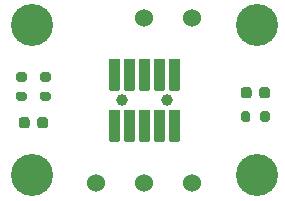
<source format=gbr>
%TF.GenerationSoftware,KiCad,Pcbnew,(5.1.7)-1*%
%TF.CreationDate,2021-02-21T14:58:14-08:00*%
%TF.ProjectId,swd-connection,7377642d-636f-46e6-9e65-6374696f6e2e,A*%
%TF.SameCoordinates,Original*%
%TF.FileFunction,Soldermask,Top*%
%TF.FilePolarity,Negative*%
%FSLAX46Y46*%
G04 Gerber Fmt 4.6, Leading zero omitted, Abs format (unit mm)*
G04 Created by KiCad (PCBNEW (5.1.7)-1) date 2021-02-21 14:58:14*
%MOMM*%
%LPD*%
G01*
G04 APERTURE LIST*
%ADD10C,1.524000*%
%ADD11C,3.556000*%
%ADD12C,1.000000*%
G04 APERTURE END LIST*
D10*
%TO.C,J6*%
X38100000Y-73660000D03*
%TD*%
%TO.C,R1*%
G36*
G01*
X27411000Y-64307000D02*
X27961000Y-64307000D01*
G75*
G02*
X28161000Y-64507000I0J-200000D01*
G01*
X28161000Y-64907000D01*
G75*
G02*
X27961000Y-65107000I-200000J0D01*
G01*
X27411000Y-65107000D01*
G75*
G02*
X27211000Y-64907000I0J200000D01*
G01*
X27211000Y-64507000D01*
G75*
G02*
X27411000Y-64307000I200000J0D01*
G01*
G37*
G36*
G01*
X27411000Y-65957000D02*
X27961000Y-65957000D01*
G75*
G02*
X28161000Y-66157000I0J-200000D01*
G01*
X28161000Y-66557000D01*
G75*
G02*
X27961000Y-66757000I-200000J0D01*
G01*
X27411000Y-66757000D01*
G75*
G02*
X27211000Y-66557000I0J200000D01*
G01*
X27211000Y-66157000D01*
G75*
G02*
X27411000Y-65957000I200000J0D01*
G01*
G37*
%TD*%
%TO.C,C2*%
G36*
G01*
X47823000Y-66290000D02*
X47823000Y-65790000D01*
G75*
G02*
X48048000Y-65565000I225000J0D01*
G01*
X48498000Y-65565000D01*
G75*
G02*
X48723000Y-65790000I0J-225000D01*
G01*
X48723000Y-66290000D01*
G75*
G02*
X48498000Y-66515000I-225000J0D01*
G01*
X48048000Y-66515000D01*
G75*
G02*
X47823000Y-66290000I0J225000D01*
G01*
G37*
G36*
G01*
X46273000Y-66290000D02*
X46273000Y-65790000D01*
G75*
G02*
X46498000Y-65565000I225000J0D01*
G01*
X46948000Y-65565000D01*
G75*
G02*
X47173000Y-65790000I0J-225000D01*
G01*
X47173000Y-66290000D01*
G75*
G02*
X46948000Y-66515000I-225000J0D01*
G01*
X46498000Y-66515000D01*
G75*
G02*
X46273000Y-66290000I0J225000D01*
G01*
G37*
%TD*%
%TO.C,C1*%
G36*
G01*
X29927000Y-68330000D02*
X29927000Y-68830000D01*
G75*
G02*
X29702000Y-69055000I-225000J0D01*
G01*
X29252000Y-69055000D01*
G75*
G02*
X29027000Y-68830000I0J225000D01*
G01*
X29027000Y-68330000D01*
G75*
G02*
X29252000Y-68105000I225000J0D01*
G01*
X29702000Y-68105000D01*
G75*
G02*
X29927000Y-68330000I0J-225000D01*
G01*
G37*
G36*
G01*
X28377000Y-68330000D02*
X28377000Y-68830000D01*
G75*
G02*
X28152000Y-69055000I-225000J0D01*
G01*
X27702000Y-69055000D01*
G75*
G02*
X27477000Y-68830000I0J225000D01*
G01*
X27477000Y-68330000D01*
G75*
G02*
X27702000Y-68105000I225000J0D01*
G01*
X28152000Y-68105000D01*
G75*
G02*
X28377000Y-68330000I0J-225000D01*
G01*
G37*
%TD*%
%TO.C,R3*%
G36*
G01*
X48723000Y-67797000D02*
X48723000Y-68347000D01*
G75*
G02*
X48523000Y-68547000I-200000J0D01*
G01*
X48123000Y-68547000D01*
G75*
G02*
X47923000Y-68347000I0J200000D01*
G01*
X47923000Y-67797000D01*
G75*
G02*
X48123000Y-67597000I200000J0D01*
G01*
X48523000Y-67597000D01*
G75*
G02*
X48723000Y-67797000I0J-200000D01*
G01*
G37*
G36*
G01*
X47073000Y-67797000D02*
X47073000Y-68347000D01*
G75*
G02*
X46873000Y-68547000I-200000J0D01*
G01*
X46473000Y-68547000D01*
G75*
G02*
X46273000Y-68347000I0J200000D01*
G01*
X46273000Y-67797000D01*
G75*
G02*
X46473000Y-67597000I200000J0D01*
G01*
X46873000Y-67597000D01*
G75*
G02*
X47073000Y-67797000I0J-200000D01*
G01*
G37*
%TD*%
%TO.C,R2*%
G36*
G01*
X29993000Y-65107000D02*
X29443000Y-65107000D01*
G75*
G02*
X29243000Y-64907000I0J200000D01*
G01*
X29243000Y-64507000D01*
G75*
G02*
X29443000Y-64307000I200000J0D01*
G01*
X29993000Y-64307000D01*
G75*
G02*
X30193000Y-64507000I0J-200000D01*
G01*
X30193000Y-64907000D01*
G75*
G02*
X29993000Y-65107000I-200000J0D01*
G01*
G37*
G36*
G01*
X29993000Y-66757000D02*
X29443000Y-66757000D01*
G75*
G02*
X29243000Y-66557000I0J200000D01*
G01*
X29243000Y-66157000D01*
G75*
G02*
X29443000Y-65957000I200000J0D01*
G01*
X29993000Y-65957000D01*
G75*
G02*
X30193000Y-66157000I0J-200000D01*
G01*
X30193000Y-66557000D01*
G75*
G02*
X29993000Y-66757000I-200000J0D01*
G01*
G37*
%TD*%
D11*
%TO.C,H3*%
X47625000Y-60325000D03*
%TD*%
D10*
%TO.C,J1*%
X42164000Y-73660000D03*
%TD*%
%TO.C,J3*%
X42164000Y-59690000D03*
%TD*%
%TO.C,J4*%
X38100000Y-59690000D03*
%TD*%
%TO.C,J5*%
X34036000Y-73660000D03*
%TD*%
D11*
%TO.C,H1*%
X28575000Y-73025000D03*
%TD*%
%TO.C,H4*%
X47625000Y-73025000D03*
%TD*%
%TO.C,H2*%
X28575000Y-60325000D03*
%TD*%
%TO.C,J1*%
G36*
G01*
X35129200Y-65825000D02*
X35129200Y-63225000D01*
G75*
G02*
X35180000Y-63174200I50800J0D01*
G01*
X35940000Y-63174200D01*
G75*
G02*
X35990800Y-63225000I0J-50800D01*
G01*
X35990800Y-65825000D01*
G75*
G02*
X35940000Y-65875800I-50800J0D01*
G01*
X35180000Y-65875800D01*
G75*
G02*
X35129200Y-65825000I0J50800D01*
G01*
G37*
G36*
G01*
X36399200Y-65825000D02*
X36399200Y-63225000D01*
G75*
G02*
X36450000Y-63174200I50800J0D01*
G01*
X37210000Y-63174200D01*
G75*
G02*
X37260800Y-63225000I0J-50800D01*
G01*
X37260800Y-65825000D01*
G75*
G02*
X37210000Y-65875800I-50800J0D01*
G01*
X36450000Y-65875800D01*
G75*
G02*
X36399200Y-65825000I0J50800D01*
G01*
G37*
G36*
G01*
X37669200Y-65825000D02*
X37669200Y-63225000D01*
G75*
G02*
X37720000Y-63174200I50800J0D01*
G01*
X38480000Y-63174200D01*
G75*
G02*
X38530800Y-63225000I0J-50800D01*
G01*
X38530800Y-65825000D01*
G75*
G02*
X38480000Y-65875800I-50800J0D01*
G01*
X37720000Y-65875800D01*
G75*
G02*
X37669200Y-65825000I0J50800D01*
G01*
G37*
G36*
G01*
X38939200Y-65825000D02*
X38939200Y-63225000D01*
G75*
G02*
X38990000Y-63174200I50800J0D01*
G01*
X39750000Y-63174200D01*
G75*
G02*
X39800800Y-63225000I0J-50800D01*
G01*
X39800800Y-65825000D01*
G75*
G02*
X39750000Y-65875800I-50800J0D01*
G01*
X38990000Y-65875800D01*
G75*
G02*
X38939200Y-65825000I0J50800D01*
G01*
G37*
G36*
G01*
X40209200Y-65825000D02*
X40209200Y-63225000D01*
G75*
G02*
X40260000Y-63174200I50800J0D01*
G01*
X41020000Y-63174200D01*
G75*
G02*
X41070800Y-63225000I0J-50800D01*
G01*
X41070800Y-65825000D01*
G75*
G02*
X41020000Y-65875800I-50800J0D01*
G01*
X40260000Y-65875800D01*
G75*
G02*
X40209200Y-65825000I0J50800D01*
G01*
G37*
G36*
G01*
X35129200Y-70125000D02*
X35129200Y-67525000D01*
G75*
G02*
X35180000Y-67474200I50800J0D01*
G01*
X35940000Y-67474200D01*
G75*
G02*
X35990800Y-67525000I0J-50800D01*
G01*
X35990800Y-70125000D01*
G75*
G02*
X35940000Y-70175800I-50800J0D01*
G01*
X35180000Y-70175800D01*
G75*
G02*
X35129200Y-70125000I0J50800D01*
G01*
G37*
G36*
G01*
X36399200Y-70125000D02*
X36399200Y-67525000D01*
G75*
G02*
X36450000Y-67474200I50800J0D01*
G01*
X37210000Y-67474200D01*
G75*
G02*
X37260800Y-67525000I0J-50800D01*
G01*
X37260800Y-70125000D01*
G75*
G02*
X37210000Y-70175800I-50800J0D01*
G01*
X36450000Y-70175800D01*
G75*
G02*
X36399200Y-70125000I0J50800D01*
G01*
G37*
G36*
G01*
X37669200Y-70125000D02*
X37669200Y-67525000D01*
G75*
G02*
X37720000Y-67474200I50800J0D01*
G01*
X38480000Y-67474200D01*
G75*
G02*
X38530800Y-67525000I0J-50800D01*
G01*
X38530800Y-70125000D01*
G75*
G02*
X38480000Y-70175800I-50800J0D01*
G01*
X37720000Y-70175800D01*
G75*
G02*
X37669200Y-70125000I0J50800D01*
G01*
G37*
G36*
G01*
X38939200Y-70125000D02*
X38939200Y-67525000D01*
G75*
G02*
X38990000Y-67474200I50800J0D01*
G01*
X39750000Y-67474200D01*
G75*
G02*
X39800800Y-67525000I0J-50800D01*
G01*
X39800800Y-70125000D01*
G75*
G02*
X39750000Y-70175800I-50800J0D01*
G01*
X38990000Y-70175800D01*
G75*
G02*
X38939200Y-70125000I0J50800D01*
G01*
G37*
G36*
G01*
X40209200Y-70125000D02*
X40209200Y-67525000D01*
G75*
G02*
X40260000Y-67474200I50800J0D01*
G01*
X41020000Y-67474200D01*
G75*
G02*
X41070800Y-67525000I0J-50800D01*
G01*
X41070800Y-70125000D01*
G75*
G02*
X41020000Y-70175800I-50800J0D01*
G01*
X40260000Y-70175800D01*
G75*
G02*
X40209200Y-70125000I0J50800D01*
G01*
G37*
D12*
X36195000Y-66675000D03*
X40005000Y-66675000D03*
%TD*%
M02*

</source>
